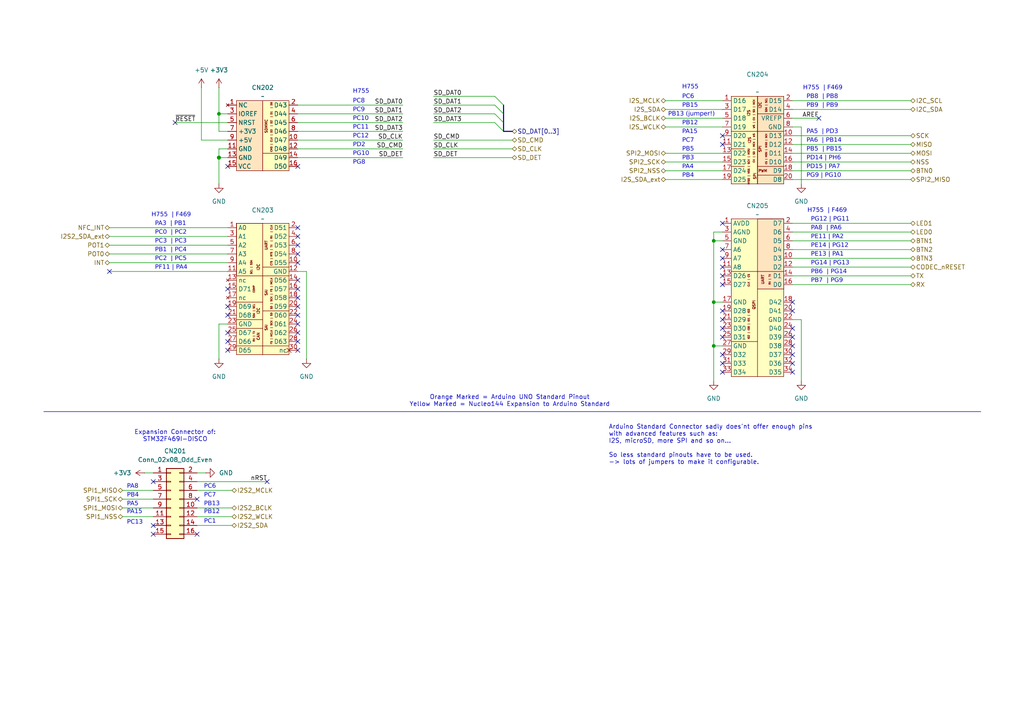
<source format=kicad_sch>
(kicad_sch (version 20250114) (generator "eeschema") (generator_version "9.0")
  (paper "A4")
  (lib_symbols
    (symbol "+3V3_1" (power) (pin_numbers (hide yes)) (pin_names (offset 0) (hide yes))
      (property "Value" "+3V3" (at 0 3.556 0))
      (symbol "+3V3_1_0_1"
        (polyline (pts (xy -0.762 1.27) (xy 0 2.54)))
        (polyline (pts (xy 0 2.54) (xy 0.762 1.27)))
        (polyline (pts (xy 0 0) (xy 0 2.54)))
      )
      (symbol "+3V3_1_1_1"
        (pin power_in line (at 0 0 90) (length 0) (name "~") (number "1"))
      )
    )
    (symbol "Connector_Generic:Conn_02x08_Odd_Even" (pin_names (offset 1.016) (hide yes))
      (property "Reference" "J" (at 1.27 10.16 0))
      (property "Value" "Conn_02x08_Odd_Even" (at 1.27 -12.7 0))
      (symbol "Conn_02x08_Odd_Even_1_1"
        (rectangle (start -1.27 8.89) (end 3.81 -11.43) (stroke (width 0.254)) (fill (type background)))
        (rectangle (start -1.27 7.747) (end 0 7.493) (stroke (width 0.1524)))
        (rectangle (start -1.27 5.207) (end 0 4.953) (stroke (width 0.1524)))
        (rectangle (start -1.27 2.667) (end 0 2.413) (stroke (width 0.1524)))
        (rectangle (start -1.27 0.127) (end 0 -0.127) (stroke (width 0.1524)))
        (rectangle (start -1.27 -2.413) (end 0 -2.667) (stroke (width 0.1524)))
        (rectangle (start -1.27 -4.953) (end 0 -5.207) (stroke (width 0.1524)))
        (rectangle (start -1.27 -7.493) (end 0 -7.747) (stroke (width 0.1524)))
        (rectangle (start -1.27 -10.033) (end 0 -10.287) (stroke (width 0.1524)))
        (rectangle (start 3.81 7.747) (end 2.54 7.493) (stroke (width 0.1524)))
        (rectangle (start 3.81 5.207) (end 2.54 4.953) (stroke (width 0.1524)))
        (rectangle (start 3.81 2.667) (end 2.54 2.413) (stroke (width 0.1524)))
        (rectangle (start 3.81 0.127) (end 2.54 -0.127) (stroke (width 0.1524)))
        (rectangle (start 3.81 -2.413) (end 2.54 -2.667) (stroke (width 0.1524)))
        (rectangle (start 3.81 -4.953) (end 2.54 -5.207) (stroke (width 0.1524)))
        (rectangle (start 3.81 -7.493) (end 2.54 -7.747) (stroke (width 0.1524)))
        (rectangle (start 3.81 -10.033) (end 2.54 -10.287) (stroke (width 0.1524)))
        (pin passive line (at -5.08 7.62 0) (length 3.81) (name "Pin_1") (number "1"))
        (pin passive line (at -5.08 5.08 0) (length 3.81) (name "Pin_3") (number "3"))
        (pin passive line (at -5.08 2.54 0) (length 3.81) (name "Pin_5") (number "5"))
        (pin passive line (at -5.08 0 0) (length 3.81) (name "Pin_7") (number "7"))
        (pin passive line (at -5.08 -2.54 0) (length 3.81) (name "Pin_9") (number "9"))
        (pin passive line (at -5.08 -5.08 0) (length 3.81) (name "Pin_11") (number "11"))
        (pin passive line (at -5.08 -7.62 0) (length 3.81) (name "Pin_13") (number "13"))
        (pin passive line (at -5.08 -10.16 0) (length 3.81) (name "Pin_15") (number "15"))
        (pin passive line (at 7.62 7.62 180) (length 3.81) (name "Pin_2") (number "2"))
        (pin passive line (at 7.62 5.08 180) (length 3.81) (name "Pin_4") (number "4"))
        (pin passive line (at 7.62 2.54 180) (length 3.81) (name "Pin_6") (number "6"))
        (pin passive line (at 7.62 0 180) (length 3.81) (name "Pin_8") (number "8"))
        (pin passive line (at 7.62 -2.54 180) (length 3.81) (name "Pin_10") (number "10"))
        (pin passive line (at 7.62 -5.08 180) (length 3.81) (name "Pin_12") (number "12"))
        (pin passive line (at 7.62 -7.62 180) (length 3.81) (name "Pin_14") (number "14"))
        (pin passive line (at 7.62 -10.16 180) (length 3.81) (name "Pin_16") (number "16"))
      )
    )
    (symbol "GND_1" (power) (pin_numbers (hide yes)) (pin_names (offset 0) (hide yes))
      (property "Value" "GND" (at 0 -3.81 0))
      (symbol "GND_1_0_1"
        (polyline (pts (xy 0 0) (xy 0 -1.27) (xy 1.27 -1.27) (xy 0 -2.54) (xy -1.27 -1.27) (xy 0 -1.27)))
      )
      (symbol "GND_1_1_1"
        (pin power_in line (at 0 0 270) (length 0) (name "~") (number "1"))
      )
    )
    (symbol "myParts:NUCLEO_144_Analog+"
      (property "Reference" "CN" (at 7.62 1.27 0))
      (symbol "NUCLEO_144_Analog+_1_1"
        (rectangle (start 0 0) (end 7.62 -15.24) (fill (type color) (color 255 229 191 1)))
        (rectangle (start 0 0) (end 15.24 -38.1) (fill (type background)))
        (polyline (pts (xy 7.62 -15.24) (xy 7.62 -38.1)))
        (polyline (pts (xy 7.62 -22.86) (xy 0 -22.86)))
        (polyline (pts (xy 7.62 -27.94) (xy 0 -27.94)))
        (polyline (pts (xy 7.62 -30.48) (xy 0 -30.48)))
        (polyline (pts (xy 7.62 -35.56) (xy 0 -35.56)))
        (polyline (pts (xy 15.24 -12.7) (xy 7.62 -12.7)))
        (polyline (pts (xy 15.24 -15.24) (xy 7.62 -15.24)))
        (polyline (pts (xy 15.24 -25.4) (xy 7.62 -25.4)))
        (polyline (pts (xy 15.24 -35.56) (xy 7.62 -35.56)))
        (text "SCL | SDA" (at 4.318 -12.7 900) (effects (font (size 0.508 0.508))))
        (text "COMP" (at 5.08 -19.05 900) (effects (font (size 0.508 0.508))))
        (text "SDA | SCL" (at 5.08 -25.4 900) (effects (font (size 0.508 0.508))))
        (text "RX | TX" (at 5.08 -32.766 900) (effects (font (size 0.508 0.508))))
        (text "I2C" (at 6.35 -12.7 900) (effects (font (size 0.762 0.762))))
        (text "I2C" (at 6.35 -25.4 900) (effects (font (size 0.762 0.762))))
        (text "CAN\n" (at 6.35 -32.766 900) (effects (font (size 0.762 0.762))))
        (text "UART" (at 8.636 -6.35 900) (effects (font (size 0.762 0.762))))
        (text "SAI" (at 8.636 -20.066 900) (effects (font (size 0.762 0.762))))
        (text "SAI" (at 8.636 -30.226 900) (effects (font (size 0.762 0.762))))
        (text "CTS | RTS | TX  | RX  | CLK\n" (at 10.16 -6.35 900) (effects (font (size 0.508 0.508))))
        (text "SD | SCK | FS | MCLK" (at 10.16 -20.32 900) (effects (font (size 0.508 0.508))))
        (text "FS | MCLK | SCK | SD" (at 10.16 -30.48 900) (effects (font (size 0.508 0.508))))
        (pin bidirectional line (at -2.54 -1.27 0) (length 2.54) (name "A0") (number "1"))
        (pin bidirectional line (at -2.54 -3.81 0) (length 2.54) (name "A1") (number "3"))
        (pin bidirectional line (at -2.54 -6.35 0) (length 2.54) (name "A2") (number "5"))
        (pin bidirectional line (at -2.54 -8.89 0) (length 2.54) (name "A3") (number "7"))
        (pin bidirectional line (at -2.54 -11.43 0) (length 2.54) (name "A4") (number "9"))
        (pin bidirectional line (at -2.54 -13.97 0) (length 2.54) (name "A5") (number "11"))
        (pin no_connect line (at -2.54 -16.51 0) (length 2.54) (name "nc") (number "13"))
        (pin bidirectional line (at -2.54 -19.05 0) (length 2.54) (name "D71") (number "15"))
        (pin no_connect line (at -2.54 -21.59 0) (length 2.54) (name "nc") (number "17"))
        (pin bidirectional line (at -2.54 -24.13 0) (length 2.54) (name "D69") (number "19"))
        (pin bidirectional line (at -2.54 -26.67 0) (length 2.54) (name "D68") (number "21"))
        (pin passive line (at -2.54 -29.21 0) (length 2.54) (name "GND") (number "23"))
        (pin bidirectional line (at -2.54 -31.75 0) (length 2.54) (name "D67") (number "25"))
        (pin bidirectional line (at -2.54 -34.29 0) (length 2.54) (name "D66") (number "27"))
        (pin bidirectional line (at -2.54 -36.83 0) (length 2.54) (name "D65") (number "29"))
        (pin bidirectional line (at 17.78 -1.27 180) (length 2.54) (name "D51") (number "2"))
        (pin bidirectional line (at 17.78 -3.81 180) (length 2.54) (name "D52") (number "4"))
        (pin bidirectional line (at 17.78 -6.35 180) (length 2.54) (name "D53") (number "6"))
        (pin bidirectional line (at 17.78 -8.89 180) (length 2.54) (name "D54") (number "8"))
        (pin bidirectional line (at 17.78 -11.43 180) (length 2.54) (name "D55") (number "10"))
        (pin passive line (at 17.78 -13.97 180) (length 2.54) (name "GND") (number "12"))
        (pin bidirectional line (at 17.78 -16.51 180) (length 2.54) (name "D56") (number "14"))
        (pin bidirectional line (at 17.78 -19.05 180) (length 2.54) (name "D57") (number "16"))
        (pin bidirectional line (at 17.78 -21.59 180) (length 2.54) (name "D58") (number "18"))
        (pin bidirectional line (at 17.78 -24.13 180) (length 2.54) (name "D59") (number "20"))
        (pin bidirectional line (at 17.78 -26.67 180) (length 2.54) (name "D60") (number "22"))
        (pin bidirectional line (at 17.78 -29.21 180) (length 2.54) (name "D61") (number "24"))
        (pin bidirectional line (at 17.78 -31.75 180) (length 2.54) (name "D62") (number "26"))
        (pin bidirectional line (at 17.78 -34.29 180) (length 2.54) (name "D63") (number "28"))
        (pin bidirectional non_logic (at 17.78 -36.83 180) (length 2.54) (name "nc") (number "30"))
      )
    )
    (symbol "myParts:NUCLEO_144_GPIO+"
      (property "Reference" "CN" (at 7.62 1.27 0))
      (symbol "NUCLEO_144_GPIO+_1_1"
        (rectangle (start 0 0) (end 15.24 -45.72) (fill (type background)))
        (polyline (pts (xy 0 -15.24) (xy 0 -15.24)))
        (polyline (pts (xy 0 -35.56) (xy 7.62 -35.56)))
        (rectangle (start 7.62 0) (end 15.24 -20.32) (fill (type color) (color 255 229 191 1)))
        (polyline (pts (xy 7.62 -15.24) (xy 0 -15.24)))
        (polyline (pts (xy 7.62 -20.32) (xy 7.62 -45.72)))
        (polyline (pts (xy 15.24 -15.24) (xy 7.62 -15.24)))
        (text "CLK | CS" (at 5.08 -17.78 900) (effects (font (size 0.508 0.508))))
        (text "IO2 | IO0 | IO1 | IO3" (at 5.08 -30.48 900) (effects (font (size 0.508 0.508))))
        (text "QSPI" (at 6.604 -24.892 900) (effects (font (size 0.762 0.762))))
        (text "UART" (at 9.144 -17.526 900) (effects (font (size 0.762 0.762))))
        (text "RX | TX" (at 11.176 -17.526 900) (effects (font (size 0.508 0.508))))
        (pin passive line (at -2.54 -1.27 0) (length 2.54) (name "AVDD") (number "1"))
        (pin passive line (at -2.54 -3.81 0) (length 2.54) (name "AGND") (number "3"))
        (pin passive line (at -2.54 -6.35 0) (length 2.54) (name "GND") (number "5"))
        (pin bidirectional line (at -2.54 -8.89 0) (length 2.54) (name "A6") (number "7"))
        (pin bidirectional line (at -2.54 -11.43 0) (length 2.54) (name "A7") (number "9"))
        (pin bidirectional line (at -2.54 -13.97 0) (length 2.54) (name "A8") (number "11"))
        (pin bidirectional line (at -2.54 -16.51 0) (length 2.54) (name "D26") (number "13"))
        (pin bidirectional line (at -2.54 -19.05 0) (length 2.54) (name "D27") (number "15"))
        (pin passive line (at -2.54 -24.13 0) (length 2.54) (name "GND") (number "17"))
        (pin bidirectional line (at -2.54 -26.67 0) (length 2.54) (name "D28") (number "19"))
        (pin bidirectional line (at -2.54 -29.21 0) (length 2.54) (name "D29") (number "21"))
        (pin bidirectional line (at -2.54 -31.75 0) (length 2.54) (name "D30") (number "23"))
        (pin bidirectional line (at -2.54 -34.29 0) (length 2.54) (name "D31") (number "25"))
        (pin passive line (at -2.54 -36.83 0) (length 2.54) (name "GND") (number "27"))
        (pin bidirectional line (at -2.54 -39.37 0) (length 2.54) (name "D32") (number "29"))
        (pin bidirectional line (at -2.54 -41.91 0) (length 2.54) (name "D33") (number "31"))
        (pin bidirectional line (at -2.54 -44.45 0) (length 2.54) (name "D34") (number "33"))
        (pin bidirectional line (at 17.78 -1.27 180) (length 2.54) (name "D7") (number "2"))
        (pin bidirectional line (at 17.78 -3.81 180) (length 2.54) (name "D6") (number "4"))
        (pin bidirectional line (at 17.78 -6.35 180) (length 2.54) (name "D5") (number "6"))
        (pin bidirectional line (at 17.78 -8.89 180) (length 2.54) (name "D4") (number "8"))
        (pin bidirectional line (at 17.78 -11.43 180) (length 2.54) (name "D3") (number "10"))
        (pin bidirectional line (at 17.78 -13.97 180) (length 2.54) (name "D2") (number "12"))
        (pin bidirectional line (at 17.78 -16.51 180) (length 2.54) (name "D1") (number "14"))
        (pin bidirectional line (at 17.78 -19.05 180) (length 2.54) (name "D0") (number "16"))
        (pin bidirectional line (at 17.78 -24.13 180) (length 2.54) (name "D42") (number "18"))
        (pin bidirectional line (at 17.78 -26.67 180) (length 2.54) (name "D41") (number "20"))
        (pin passive line (at 17.78 -29.21 180) (length 2.54) (name "GND") (number "22"))
        (pin bidirectional line (at 17.78 -31.75 180) (length 2.54) (name "D40") (number "24"))
        (pin bidirectional line (at 17.78 -34.29 180) (length 2.54) (name "D39") (number "26"))
        (pin bidirectional line (at 17.78 -36.83 180) (length 2.54) (name "D38") (number "28"))
        (pin bidirectional line (at 17.78 -39.37 180) (length 2.54) (name "D37") (number "30"))
        (pin bidirectional line (at 17.78 -41.91 180) (length 2.54) (name "D36") (number "32"))
        (pin bidirectional line (at 17.78 -44.45 180) (length 2.54) (name "D35") (number "34"))
      )
    )
    (symbol "myParts:NUCLEO_144_Periphery+"
      (property "Reference" "CN" (at 7.62 1.27 0))
      (symbol "NUCLEO_144_Periphery+_0_1"
        (polyline (pts (xy 15.24 -5.08) (xy 7.62 -5.08)))
        (polyline (pts (xy 15.24 -10.16) (xy 7.62 -10.16)))
      )
      (symbol "NUCLEO_144_Periphery+_1_1"
        (rectangle (start 0 0) (end 7.62 -25.4) (fill (type background)))
        (polyline (pts (xy 0 -10.16) (xy 7.62 -10.16)))
        (polyline (pts (xy 0 -15.24) (xy 3.81 -15.24)))
        (polyline (pts (xy 0 -20.32) (xy 3.81 -20.32)))
        (rectangle (start 7.62 0) (end 15.24 -25.4) (fill (type color) (color 255 229 191 1)))
        (polyline (pts (xy 7.62 -20.32) (xy 15.24 -20.32)))
        (polyline (pts (xy 7.62 -22.86) (xy 15.24 -22.86)))
        (text "I2S" (at 5.08 -4.826 900) (effects (font (size 0.762 0.762))))
        (text "MISO | NSS | SCK | MOSI" (at 5.08 -20.32 900) (effects (font (size 0.508 0.508))))
        (text "I2S" (at 5.334 -12.7 900) (effects (font (size 0.762 0.762))))
        (text "WS | CK | SD | MCK" (at 6.604 -5.08 900) (effects (font (size 0.508 0.508))))
        (text "CK | SD | MCK | WS" (at 6.604 -14.986 900) (effects (font (size 0.508 0.508))))
        (text "SPI" (at 6.858 -23.114 900) (effects (font (size 0.762 0.762))))
        (text "I2C" (at 8.382 -2.54 900) (effects (font (size 0.762 0.762))))
        (text "SPI" (at 8.382 -15.24 900) (effects (font (size 0.762 0.762))))
        (text "PWM" (at 9.144 -21.59 0) (effects (font (size 0.762 0.762))))
        (text "SDA | SCL" (at 10.16 -2.54 900) (effects (font (size 0.508 0.508))))
        (text "CS | MOSI | MISO | SCK" (at 10.16 -15.24 900) (effects (font (size 0.4572 0.4572))))
        (pin bidirectional line (at -2.54 -1.27 0) (length 2.54) (name "D16") (number "1"))
        (pin bidirectional line (at -2.54 -3.81 0) (length 2.54) (name "D17") (number "3"))
        (pin bidirectional line (at -2.54 -6.35 0) (length 2.54) (name "D18") (number "5"))
        (pin bidirectional line (at -2.54 -8.89 0) (length 2.54) (name "D19") (number "7"))
        (pin bidirectional line (at -2.54 -11.43 0) (length 2.54) (name "D20") (number "9"))
        (pin bidirectional line (at -2.54 -13.97 0) (length 2.54) (name "D21") (number "11"))
        (pin bidirectional line (at -2.54 -16.51 0) (length 2.54) (name "D22") (number "13"))
        (pin bidirectional line (at -2.54 -19.05 0) (length 2.54) (name "D23") (number "15"))
        (pin bidirectional line (at -2.54 -21.59 0) (length 2.54) (name "D24") (number "17"))
        (pin bidirectional line (at -2.54 -24.13 0) (length 2.54) (name "D25") (number "19"))
        (pin bidirectional line (at 17.78 -1.27 180) (length 2.54) (name "D15") (number "2"))
        (pin bidirectional line (at 17.78 -3.81 180) (length 2.54) (name "D14") (number "4"))
        (pin passive line (at 17.78 -6.35 180) (length 2.54) (name "VREFP") (number "6"))
        (pin passive line (at 17.78 -8.89 180) (length 2.54) (name "GND") (number "8"))
        (pin bidirectional line (at 17.78 -11.43 180) (length 2.54) (name "D13") (number "10"))
        (pin bidirectional line (at 17.78 -13.97 180) (length 2.54) (name "D12") (number "12"))
        (pin bidirectional line (at 17.78 -16.51 180) (length 2.54) (name "D11") (number "14"))
        (pin bidirectional line (at 17.78 -19.05 180) (length 2.54) (name "D10") (number "16"))
        (pin bidirectional line (at 17.78 -21.59 180) (length 2.54) (name "D9") (number "18"))
        (pin bidirectional line (at 17.78 -24.13 180) (length 2.54) (name "D8") (number "20"))
      )
    )
    (symbol "myParts:NUCLEO_144_Power"
      (property "Reference" "CN" (at 7.62 1.27 0))
      (symbol "NUCLEO_144_Power_1_1"
        (rectangle (start 0 0) (end 7.62 -20.32) (fill (type color) (color 255 229 191 1)))
        (rectangle (start 7.62 0) (end 15.24 -20.32) (fill (type background)))
        (polyline (pts (xy 15.24 -15.24) (xy 7.62 -15.24)))
        (text "SDMMC" (at 8.636 -7.366 900) (effects (font (size 0.762 0.762))))
        (text "CMD | CLK | D3  | D2  | D1  | D0" (at 10.16 -7.62 900) (effects (font (size 0.508 0.508))))
        (pin no_connect line (at -2.54 -1.27 0) (length 2.54) (name "NC") (number "1"))
        (pin passive line (at -2.54 -3.81 0) (length 2.54) (name "IOREF") (number "3"))
        (pin input line (at -2.54 -6.35 0) (length 2.54) (name "NRST") (number "5"))
        (pin passive line (at -2.54 -8.89 0) (length 2.54) (name "+3V3") (number "7"))
        (pin passive line (at -2.54 -11.43 0) (length 2.54) (name "+5V") (number "9"))
        (pin passive line (at -2.54 -13.97 0) (length 2.54) (name "GND") (number "11"))
        (pin passive line (at -2.54 -16.51 0) (length 2.54) (name "GND") (number "13"))
        (pin passive line (at -2.54 -19.05 0) (length 2.54) (name "VCC") (number "15"))
        (pin bidirectional line (at 17.78 -1.27 180) (length 2.54) (name "D43") (number "2"))
        (pin bidirectional line (at 17.78 -3.81 180) (length 2.54) (name "D44") (number "4"))
        (pin bidirectional line (at 17.78 -6.35 180) (length 2.54) (name "D45") (number "6"))
        (pin bidirectional line (at 17.78 -8.89 180) (length 2.54) (name "D46") (number "8"))
        (pin bidirectional line (at 17.78 -11.43 180) (length 2.54) (name "D47") (number "10"))
        (pin bidirectional line (at 17.78 -13.97 180) (length 2.54) (name "D48") (number "12"))
        (pin bidirectional line (at 17.78 -16.51 180) (length 2.54) (name "D49") (number "14"))
        (pin bidirectional line (at 17.78 -19.05 180) (length 2.54) (name "D50") (number "16"))
      )
    )
    (symbol "power:+5V" (power) (pin_numbers (hide yes)) (pin_names (offset 0) (hide yes))
      (property "Value" "+5V" (at 0 3.556 0))
      (symbol "+5V_0_1"
        (polyline (pts (xy -0.762 1.27) (xy 0 2.54)))
        (polyline (pts (xy 0 2.54) (xy 0.762 1.27)))
        (polyline (pts (xy 0 0) (xy 0 2.54)))
      )
      (symbol "+5V_1_1"
        (pin power_in line (at 0 0 90) (length 0) (name "~") (number "1"))
      )
    )
  )
  (text "PC7" (at 59.182 144.78 0) (effects (font (size 1.27 1.27)) (justify left bottom)))
  (text "H755  | F469" (at 43.942 63.5 0) (effects (font (size 1.27 1.27)) (justify left bottom)))
  (text "PD2" (at 102.362 43.18 0) (effects (font (size 1.27 1.27)) (justify left bottom)))
  (text "PB15" (at 197.866 31.75 0) (effects (font (size 1.27 1.27)) (justify left bottom)))
  (text "PB9  | PB9" (at 233.934 31.75 0) (effects (font (size 1.27 1.27)) (justify left bottom)))
  (text "PC7" (at 197.866 41.91 0) (effects (font (size 1.27 1.27)) (justify left bottom)))
  (text "PB4" (at 197.866 52.07 0) (effects (font (size 1.27 1.27)) (justify left bottom)))
  (text "PC1" (at 59.182 152.4 0) (effects (font (size 1.27 1.27)) (justify left bottom)))
  (text "PB12" (at 59.182 149.606 0) (effects (font (size 1.27 1.27)) (justify left bottom)))
  (text "PA15" (at 36.83 149.606 0) (effects (font (size 1.27 1.27)) (justify left bottom)))
  (text "PC3  | PC3" (at 44.958 71.12 0) (effects (font (size 1.27 1.27)) (justify left bottom)))
  (text "PC9" (at 102.362 33.02 0) (effects (font (size 1.27 1.27)) (justify left bottom)))
  (text "PC0  | PC2" (at 44.958 68.58 0) (effects (font (size 1.27 1.27)) (justify left bottom)))
  (text "PD14 | PH6" (at 233.934 46.99 0) (effects (font (size 1.27 1.27)) (justify left bottom)))
  (text "PC8" (at 102.362 30.48 0) (effects (font (size 1.27 1.27)) (justify left bottom)))
  (text "PG14 | PG13" (at 235.204 77.47 0) (effects (font (size 1.27 1.27)) (justify left bottom)))
  (text "PB1  | PC4" (at 44.958 73.66 0) (effects (font (size 1.27 1.27)) (justify left bottom)))
  (text "PA5  | PD3" (at 233.934 39.37 0) (effects (font (size 1.27 1.27)) (justify left bottom)))
  (text "PC10" (at 102.362 35.56 0) (effects (font (size 1.27 1.27)) (justify left bottom)))
  (text "PA3  | PB1" (at 44.958 66.04 0) (effects (font (size 1.27 1.27)) (justify left bottom)))
  (text "Expansion Connector of:\nSTM32F469I-DISCO\n" (at 50.8 126.492 0) (effects (font (size 1.27 1.27))))
  (text "PG8" (at 102.362 48.26 0) (effects (font (size 1.27 1.27)) (justify left bottom)))
  (text "PC6" (at 59.182 142.24 0) (effects (font (size 1.27 1.27)) (justify left bottom)))
  (text "PA15" (at 197.866 39.37 0) (effects (font (size 1.27 1.27)) (justify left bottom)))
  (text "PC2  | PC5" (at 44.958 76.2 0) (effects (font (size 1.27 1.27)) (justify left bottom)))
  (text "PE11 | PA2" (at 235.204 69.85 0) (effects (font (size 1.27 1.27)) (justify left bottom)))
  (text "PA4" (at 197.866 49.53 0) (effects (font (size 1.27 1.27)) (justify left bottom)))
  (text "PC6" (at 197.866 29.21 0) (effects (font (size 1.27 1.27)) (justify left bottom)))
  (text "PC12" (at 102.362 40.64 0) (effects (font (size 1.27 1.27)) (justify left bottom)))
  (text "PB6  | PG14" (at 235.204 80.01 0) (effects (font (size 1.27 1.27)) (justify left bottom)))
  (text "PF11 | PA4" (at 44.958 78.74 0) (effects (font (size 1.27 1.27)) (justify left bottom)))
  (text "PB5  | PB15" (at 233.934 44.45 0) (effects (font (size 1.27 1.27)) (justify left bottom)))
  (text "PB12" (at 197.866 36.83 0) (effects (font (size 1.27 1.27)) (justify left bottom)))
  (text "PE14 | PG12" (at 235.204 72.39 0) (effects (font (size 1.27 1.27)) (justify left bottom)))
  (text "PB4" (at 36.83 144.78 0) (effects (font (size 1.27 1.27)) (justify left bottom)))
  (text "PD15 | PA7" (at 233.934 49.53 0) (effects (font (size 1.27 1.27)) (justify left bottom)))
  (text "PA8" (at 36.83 142.24 0) (effects (font (size 1.27 1.27)) (justify left bottom)))
  (text "H755  | F469" (at 234.188 62.23 0) (effects (font (size 1.27 1.27)) (justify left bottom)))
  (text "PC13" (at 36.83 152.654 0) (effects (font (size 1.27 1.27)) (justify left bottom)))
  (text "H755" (at 197.866 26.416 0) (effects (font (size 1.27 1.27)) (justify left bottom)))
  (text "PB3" (at 197.866 46.99 0) (effects (font (size 1.27 1.27)) (justify left bottom)))
  (text "Orange Marked = Arduino UNO Standard Pinout\nYellow Marked = Nucleo144 Expansion to Arduino Standard" (at 147.828 116.332 0) (effects (font (size 1.27 1.27))))
  (text "PG12 | PG11" (at 235.204 64.77 0) (effects (font (size 1.27 1.27)) (justify left bottom)))
  (text "PB8  | PB8" (at 233.934 29.21 0) (effects (font (size 1.27 1.27)) (justify left bottom)))
  (text "PA5" (at 36.83 147.32 0) (effects (font (size 1.27 1.27)) (justify left bottom)))
  (text "H755" (at 102.362 27.686 0) (effects (font (size 1.27 1.27)) (justify left bottom)))
  (text "PE13 | PA1" (at 235.204 74.93 0) (effects (font (size 1.27 1.27)) (justify left bottom)))
  (text "PA6  | PB14" (at 233.934 41.91 0) (effects (font (size 1.27 1.27)) (justify left bottom)))
  (text "Arduino Standard Connector sadly does'nt offer enough pins\nwith advanced features such as:\nI2S, microSD, more SPI and so on...\n\nSo less standard pinouts have to be used.\n-> lots of jumpers to make it configurable." (at 176.53 129.032 0) (effects (font (size 1.27 1.27)) (justify left)))
  (text "PA8  | PA6" (at 235.204 67.31 0) (effects (font (size 1.27 1.27)) (justify left bottom)))
  (text "PG9 | PG10" (at 233.934 52.07 0) (effects (font (size 1.27 1.27)) (justify left bottom)))
  (text "PB5" (at 197.866 44.45 0) (effects (font (size 1.27 1.27)) (justify left bottom)))
  (text "PB7  | PG9" (at 235.204 82.55 0) (effects (font (size 1.27 1.27)) (justify left bottom)))
  (text "PB13 (jumper!)" (at 193.802 34.29 0) (effects (font (size 1.27 1.27)) (justify left bottom)))
  (text "PG10" (at 102.362 45.72 0) (effects (font (size 1.27 1.27)) (justify left bottom)))
  (text "H755  | F469" (at 232.918 26.67 0) (effects (font (size 1.27 1.27)) (justify left bottom)))
  (text "PC11" (at 102.362 38.1 0) (effects (font (size 1.27 1.27)) (justify left bottom)))
  (text "PB13" (at 59.182 147.32 0) (effects (font (size 1.27 1.27)) (justify left bottom)))
  (junction (at 207.01 87.63))
  (junction (at 207.01 100.33))
  (junction (at 63.5 45.72) (diameter 1.016))
  (junction (at 63.5 33.02))
  (junction (at 207.01 69.85))
  (no_connect (at 86.36 101.6))
  (no_connect (at 86.36 76.2))
  (no_connect (at 229.87 100.33))
  (no_connect (at 229.87 105.41))
  (no_connect (at 57.15 144.78))
  (no_connect (at 86.36 66.04))
  (no_connect (at 209.55 41.91))
  (no_connect (at 209.55 95.25))
  (no_connect (at 44.45 154.94))
  (no_connect (at 229.87 102.87))
  (no_connect (at 44.45 152.4))
  (no_connect (at 86.36 88.9))
  (no_connect (at 66.04 83.82))
  (no_connect (at 209.55 107.95))
  (no_connect (at 66.04 88.9))
  (no_connect (at 209.55 72.39))
  (no_connect (at 209.55 105.41))
  (no_connect (at 50.8 35.56))
  (no_connect (at 229.87 87.63))
  (no_connect (at 86.36 68.58))
  (no_connect (at 86.36 71.12))
  (no_connect (at 209.55 82.55))
  (no_connect (at 57.15 154.94))
  (no_connect (at 77.47 139.7))
  (no_connect (at 86.36 96.52))
  (no_connect (at 66.04 91.44))
  (no_connect (at 86.36 73.66))
  (no_connect (at 31.75 78.74))
  (no_connect (at 86.36 99.06))
  (no_connect (at 86.36 81.28))
  (no_connect (at 209.55 77.47))
  (no_connect (at 44.45 139.7))
  (no_connect (at 66.04 99.06))
  (no_connect (at 66.04 96.52))
  (no_connect (at 86.36 83.82))
  (no_connect (at 86.36 86.36))
  (no_connect (at 237.49 34.29))
  (no_connect (at 229.87 107.95))
  (no_connect (at 209.55 64.77))
  (no_connect (at 86.36 91.44))
  (no_connect (at 209.55 102.87))
  (no_connect (at 66.04 101.6))
  (no_connect (at 209.55 92.71))
  (no_connect (at 229.87 95.25))
  (no_connect (at 86.36 93.98))
  (no_connect (at 209.55 80.01))
  (no_connect (at 86.36 48.26))
  (no_connect (at 209.55 39.37))
  (no_connect (at 209.55 90.17))
  (no_connect (at 229.87 97.79))
  (no_connect (at 229.87 90.17))
  (no_connect (at 209.55 97.79))
  (no_connect (at 209.55 74.93))
  (no_connect (at 66.04 48.26))
  (bus_entry (at 143.51 35.56) (size 2.54 2.54))
  (bus_entry (at 143.51 33.02) (size 2.54 2.54))
  (bus_entry (at 143.51 30.48) (size 2.54 2.54))
  (bus_entry (at 143.51 27.94) (size 2.54 2.54))
  (wire (pts (xy 35.56 149.86) (xy 44.45 149.86)))
  (wire (pts (xy 229.87 74.93) (xy 264.16 74.93)))
  (wire (pts (xy 58.42 40.64) (xy 66.04 40.64)))
  (wire (pts (xy 125.73 43.18) (xy 148.59 43.18)))
  (wire (pts (xy 57.15 152.4) (xy 67.31 152.4)))
  (wire (pts (xy 193.04 44.45) (xy 209.55 44.45)))
  (wire (pts (xy 193.04 34.29) (xy 209.55 34.29)))
  (wire (pts (xy 125.73 30.48) (xy 143.51 30.48)))
  (wire (pts (xy 31.75 78.74) (xy 66.04 78.74)))
  (wire (pts (xy 57.15 142.24) (xy 67.31 142.24)))
  (wire (pts (xy 125.73 33.02) (xy 143.51 33.02)))
  (wire (pts (xy 229.87 31.75) (xy 264.16 31.75)))
  (wire (pts (xy 86.36 33.02) (xy 116.84 33.02)))
  (wire (pts (xy 88.9 78.74) (xy 86.36 78.74)))
  (wire (pts (xy 86.36 38.1) (xy 116.84 38.1)))
  (wire (pts (xy 229.87 69.85) (xy 264.16 69.85)))
  (wire (pts (xy 63.5 25.4) (xy 63.5 33.02)))
  (wire (pts (xy 229.87 64.77) (xy 264.16 64.77)))
  (wire (pts (xy 232.41 36.83) (xy 232.41 53.34)))
  (wire (pts (xy 209.55 67.31) (xy 207.01 67.31)))
  (wire (pts (xy 88.9 104.14) (xy 88.9 78.74)))
  (wire (pts (xy 193.04 36.83) (xy 209.55 36.83)))
  (wire (pts (xy 207.01 100.33) (xy 209.55 100.33)))
  (wire (pts (xy 63.5 93.98) (xy 63.5 104.14)))
  (wire (pts (xy 66.04 45.72) (xy 63.5 45.72)))
  (wire (pts (xy 207.01 100.33) (xy 207.01 110.49)))
  (wire (pts (xy 86.36 40.64) (xy 116.84 40.64)))
  (wire (pts (xy 229.87 92.71) (xy 232.41 92.71)))
  (wire (pts (xy 229.87 49.53) (xy 264.16 49.53)))
  (bus (pts (xy 146.05 33.02) (xy 146.05 35.56)))
  (wire (pts (xy 232.41 92.71) (xy 232.41 110.49)))
  (wire (pts (xy 193.04 46.99) (xy 209.55 46.99)))
  (wire (pts (xy 35.56 147.32) (xy 44.45 147.32)))
  (wire (pts (xy 207.01 87.63) (xy 209.55 87.63)))
  (wire (pts (xy 50.8 35.56) (xy 66.04 35.56)))
  (wire (pts (xy 229.87 41.91) (xy 264.16 41.91)))
  (wire (pts (xy 57.15 139.7) (xy 77.47 139.7)))
  (wire (pts (xy 31.75 73.66) (xy 66.04 73.66)))
  (wire (pts (xy 41.91 137.16) (xy 44.45 137.16)))
  (wire (pts (xy 229.87 39.37) (xy 264.16 39.37)))
  (wire (pts (xy 86.36 45.72) (xy 116.84 45.72)))
  (wire (pts (xy 207.01 67.31) (xy 207.01 69.85)))
  (bus (pts (xy 146.05 35.56) (xy 146.05 38.1)))
  (wire (pts (xy 35.56 142.24) (xy 44.45 142.24)))
  (wire (pts (xy 63.5 33.02) (xy 63.5 38.1)))
  (wire (pts (xy 125.73 45.72) (xy 148.59 45.72)))
  (wire (pts (xy 229.87 82.55) (xy 264.16 82.55)))
  (wire (pts (xy 86.36 30.48) (xy 116.84 30.48)))
  (wire (pts (xy 193.04 31.75) (xy 209.55 31.75)))
  (wire (pts (xy 58.42 25.4) (xy 58.42 40.64)))
  (wire (pts (xy 66.04 43.18) (xy 63.5 43.18)))
  (wire (pts (xy 63.5 43.18) (xy 63.5 45.72)))
  (wire (pts (xy 193.04 29.21) (xy 209.55 29.21)))
  (wire (pts (xy 125.73 40.64) (xy 148.59 40.64)))
  (wire (pts (xy 229.87 36.83) (xy 232.41 36.83)))
  (wire (pts (xy 86.36 35.56) (xy 116.84 35.56)))
  (wire (pts (xy 207.01 69.85) (xy 209.55 69.85)))
  (wire (pts (xy 229.87 29.21) (xy 264.16 29.21)))
  (wire (pts (xy 31.75 76.2) (xy 66.04 76.2)))
  (wire (pts (xy 229.87 52.07) (xy 264.16 52.07)))
  (wire (pts (xy 31.75 71.12) (xy 66.04 71.12)))
  (wire (pts (xy 63.5 45.72) (xy 63.5 53.34)))
  (wire (pts (xy 229.87 34.29) (xy 237.49 34.29)))
  (wire (pts (xy 193.04 52.07) (xy 209.55 52.07)))
  (wire (pts (xy 86.36 43.18) (xy 116.84 43.18)))
  (wire (pts (xy 229.87 77.47) (xy 264.16 77.47)))
  (wire (pts (xy 35.56 144.78) (xy 44.45 144.78)))
  (wire (pts (xy 31.75 66.04) (xy 66.04 66.04)))
  (bus (pts (xy 146.05 38.1) (xy 148.59 38.1)))
  (wire (pts (xy 207.01 87.63) (xy 207.01 100.33)))
  (wire (pts (xy 229.87 80.01) (xy 264.16 80.01)))
  (wire (pts (xy 125.73 27.94) (xy 143.51 27.94)))
  (wire (pts (xy 125.73 35.56) (xy 143.51 35.56)))
  (wire (pts (xy 229.87 67.31) (xy 264.16 67.31)))
  (wire (pts (xy 229.87 44.45) (xy 264.16 44.45)))
  (wire (pts (xy 193.04 49.53) (xy 209.55 49.53)))
  (wire (pts (xy 207.01 69.85) (xy 207.01 87.63)))
  (wire (pts (xy 57.15 149.86) (xy 67.31 149.86)))
  (wire (pts (xy 63.5 38.1) (xy 66.04 38.1)))
  (wire (pts (xy 66.04 93.98) (xy 63.5 93.98)))
  (wire (pts (xy 31.75 68.58) (xy 66.04 68.58)))
  (polyline (pts (xy 12.7 119.38) (xy 284.48 119.38)))
  (bus (pts (xy 146.05 30.48) (xy 146.05 33.02)))
  (wire (pts (xy 229.87 46.99) (xy 264.16 46.99)))
  (wire (pts (xy 63.5 33.02) (xy 66.04 33.02)))
  (wire (pts (xy 229.87 72.39) (xy 264.16 72.39)))
  (wire (pts (xy 57.15 147.32) (xy 67.31 147.32)))
  (wire (pts (xy 57.15 137.16) (xy 59.69 137.16)))
  (label "SD_DAT1" (at 116.84 33.02 180))
  (label "SD_DAT3" (at 125.73 35.56 0))
  (label "SD_DAT2" (at 116.84 35.56 180))
  (label "SD_CMD" (at 125.73 40.64 0))
  (label "SD_CMD" (at 116.84 43.18 180))
  (label "SD_DAT0" (at 125.73 27.94 0))
  (label "SD_CLK" (at 116.84 40.64 180))
  (label "~{RESET}" (at 50.8 35.56 0))
  (label "SD_DET" (at 116.84 45.72 180))
  (label "SD_DAT3" (at 116.84 38.1 180))
  (label "nRST" (at 77.47 139.7 180))
  (label "AREF" (at 237.49 34.29 180))
  (label "SD_DET" (at 125.73 45.72 0))
  (label "SD_DAT2" (at 125.73 33.02 0))
  (label "SD_CLK" (at 125.73 43.18 0))
  (label "SD_DAT0" (at 116.84 30.48 180))
  (label "SD_DAT1" (at 125.73 30.48 0))
  (hierarchical_label "I2S2_MCLK" (shape bidirectional) (at 67.31 142.24 0))
  (hierarchical_label "SPI1_MOSI" (shape bidirectional) (at 35.56 147.32 180))
  (hierarchical_label "I2S2_SDA_ext" (shape bidirectional) (at 31.75 68.58 180))
  (hierarchical_label "NSS" (shape bidirectional) (at 264.16 46.99 0))
  (hierarchical_label "SD_CLK" (shape bidirectional) (at 148.59 43.18 0))
  (hierarchical_label "POT0" (shape bidirectional) (at 31.75 73.66 180))
  (hierarchical_label "I2S_MCLK" (shape bidirectional) (at 193.04 29.21 180))
  (hierarchical_label "SPI2_NSS" (shape bidirectional) (at 193.04 49.53 180))
  (hierarchical_label "POT1" (shape bidirectional) (at 31.75 71.12 180))
  (hierarchical_label "SPI1_NSS" (shape bidirectional) (at 35.56 149.86 180))
  (hierarchical_label "SPI2_SCK" (shape bidirectional) (at 193.04 46.99 180))
  (hierarchical_label "NFC_INT" (shape bidirectional) (at 31.75 66.04 180))
  (hierarchical_label "SD_DET" (shape bidirectional) (at 148.59 45.72 0))
  (hierarchical_label "RX" (shape bidirectional) (at 264.16 82.55 0))
  (hierarchical_label "TX" (shape bidirectional) (at 264.16 80.01 0))
  (hierarchical_label "I2C_SCL" (shape bidirectional) (at 264.16 29.21 0))
  (hierarchical_label "BTN2" (shape bidirectional) (at 264.16 72.39 0))
  (hierarchical_label "BTN3" (shape bidirectional) (at 264.16 74.93 0))
  (hierarchical_label "SPI1_MISO" (shape bidirectional) (at 35.56 142.24 180))
  (hierarchical_label "I2S2_WCLK" (shape bidirectional) (at 67.31 149.86 0))
  (hierarchical_label "LED1" (shape bidirectional) (at 264.16 64.77 0))
  (hierarchical_label "SCK" (shape bidirectional) (at 264.16 39.37 0))
  (hierarchical_label "I2S2_BCLK" (shape bidirectional) (at 67.31 147.32 0))
  (hierarchical_label "I2S_BCLK" (shape bidirectional) (at 193.04 34.29 180))
  (hierarchical_label "I2S_SDA" (shape bidirectional) (at 193.04 31.75 180))
  (hierarchical_label "MISO" (shape bidirectional) (at 264.16 41.91 0))
  (hierarchical_label "INT" (shape bidirectional) (at 31.75 76.2 180))
  (hierarchical_label "MOSI" (shape bidirectional) (at 264.16 44.45 0))
  (hierarchical_label "I2S_SDA_ext" (shape bidirectional) (at 193.04 52.07 180))
  (hierarchical_label "CODEC_nRESET" (shape bidirectional) (at 264.16 77.47 0))
  (hierarchical_label "SPI2_MOSI" (shape bidirectional) (at 193.04 44.45 180))
  (hierarchical_label "I2S_WCLK" (shape bidirectional) (at 193.04 36.83 180))
  (hierarchical_label "I2C_SDA" (shape bidirectional) (at 264.16 31.75 0))
  (hierarchical_label "I2S2_SDA" (shape bidirectional) (at 67.31 152.4 0))
  (hierarchical_label "SD_CMD" (shape bidirectional) (at 148.59 40.64 0))
  (hierarchical_label "SPI1_SCK" (shape bidirectional) (at 35.56 144.78 180))
  (hierarchical_label "BTN1" (shape bidirectional) (at 264.16 69.85 0))
  (hierarchical_label "SPI2_MISO" (shape bidirectional) (at 264.16 52.07 0))
  (hierarchical_label "LED0" (shape bidirectional) (at 264.16 67.31 0))
  (hierarchical_label "SD_DAT[0..3]" (shape bidirectional) (at 148.59 38.1 0))
  (hierarchical_label "BTN0" (shape bidirectional) (at 264.16 49.53 0))
  (symbol (lib_id "myParts:NUCLEO_144_Power") (at 68.58 29.21 0) (unit 1)
    (property "Reference" "CN202" (at 76.2 25.4 0))
    (property "Value" "~" (at 76.2 27.94 0))
    (property "Footprint" "Connector_PinSocket_2.54mm:PinSocket_2x08_P2.54mm_Vertical" (effects (hide yes)))
  )
  (symbol (lib_name "GND_1") (lib_id "power:GND") (at 88.9 104.14 0) (unit 1)
    (property "Reference" "#PWR0208" (effects (hide yes)))
    (property "Value" "GND" (at 88.9 109.22 0))
    (property "Description" "Power symbol creates a global label with name \"GND\" , ground" (effects (hide yes)))
  )
  (symbol (lib_id "myParts:NUCLEO_144_Analog+") (at 68.58 64.77 0) (unit 1)
    (property "Reference" "CN203" (at 76.2 60.96 0))
    (property "Value" "~" (at 76.2 63.5 0))
    (property "Footprint" "Connector_PinSocket_2.54mm:PinSocket_2x15_P2.54mm_Vertical" (effects (hide yes)))
  )
  (symbol (lib_name "GND_1") (lib_id "power:GND") (at 59.69 137.16 90) (unit 1)
    (property "Reference" "#PWR0202" (effects (hide yes)))
    (property "Value" "GND" (at 63.5 137.1599 90) (effects (justify right)))
    (property "Description" "Power symbol creates a global label with name \"GND\" , ground" (effects (hide yes)))
  )
  (symbol (lib_id "myParts:NUCLEO_144_GPIO+") (at 212.09 63.5 0) (unit 1)
    (property "Reference" "CN205" (at 219.71 59.69 0))
    (property "Value" "~" (at 219.71 62.23 0))
    (property "Footprint" "Connector_PinSocket_2.54mm:PinSocket_2x17_P2.54mm_Vertical" (effects (hide yes)))
  )
  (symbol (lib_name "GND_1") (lib_id "power:GND") (at 63.5 104.14 0) (unit 1)
    (property "Reference" "#PWR0207" (effects (hide yes)))
    (property "Value" "GND" (at 63.5 109.22 0))
    (property "Description" "Power symbol creates a global label with name \"GND\" , ground" (effects (hide yes)))
  )
  (symbol (lib_id "Connector_Generic:Conn_02x08_Odd_Even") (at 49.53 144.78 0) (unit 1)
    (property "Reference" "CN201" (at 50.8 130.81 0))
    (property "Value" "Conn_02x08_Odd_Even" (at 50.8 133.35 0))
    (property "Footprint" "Connector_PinSocket_2.54mm:PinSocket_2x08_P2.54mm_Vertical" (effects (hide yes)))
    (property "Description" "Generic connector, double row, 02x08, odd/even pin numbering scheme (row 1 odd numbers, row 2 even numbers), script generated (kicad-library-utils/schlib/autogen/connector/)" (effects (hide yes)))
  )
  (symbol (lib_name "+3V3_1") (lib_id "power:+3V3") (at 63.5 25.4 0) (mirror y) (unit 1)
    (property "Reference" "#PWR0406" (effects (hide yes)))
    (property "Value" "+3V3" (at 63.5 20.32 0))
    (property "Description" "Power symbol creates a global label with name \"+3V3\"" (effects (hide yes)))
  )
  (symbol (lib_name "+3V3_1") (lib_id "power:+3V3") (at 41.91 137.16 90) (mirror x) (unit 1)
    (property "Reference" "#PWR0407" (effects (hide yes)))
    (property "Value" "+3V3" (at 38.1 137.1599 90) (effects (justify left)))
    (property "Description" "Power symbol creates a global label with name \"+3V3\"" (effects (hide yes)))
  )
  (symbol (lib_id "power:+5V") (at 58.42 25.4 0) (unit 1)
    (property "Reference" "#PWR0204" (effects (hide yes)))
    (property "Value" "+5V" (at 58.42 20.32 0))
    (property "Description" "Power symbol creates a global label with name \"+5V\"" (effects (hide yes)))
  )
  (symbol (lib_name "GND_1") (lib_id "power:GND") (at 207.01 110.49 0) (unit 1)
    (property "Reference" "#PWR0209" (effects (hide yes)))
    (property "Value" "GND" (at 207.01 115.57 0))
    (property "Description" "Power symbol creates a global label with name \"GND\" , ground" (effects (hide yes)))
  )
  (symbol (lib_name "GND_1") (lib_id "power:GND") (at 232.41 110.49 0) (unit 1)
    (property "Reference" "#PWR0211" (effects (hide yes)))
    (property "Value" "GND" (at 232.41 115.57 0))
    (property "Description" "Power symbol creates a global label with name \"GND\" , ground" (effects (hide yes)))
  )
  (symbol (lib_id "myParts:NUCLEO_144_Periphery+") (at 212.09 27.94 0) (unit 1)
    (property "Reference" "CN204" (at 219.71 21.59 0))
    (property "Value" "~" (at 219.71 26.67 0))
    (property "Footprint" "Connector_PinSocket_2.54mm:PinSocket_2x10_P2.54mm_Vertical" (effects (hide yes)))
  )
  (symbol (lib_name "GND_1") (lib_id "power:GND") (at 63.5 53.34 0) (unit 1)
    (property "Reference" "#PWR0206" (effects (hide yes)))
    (property "Value" "GND" (at 63.5 58.42 0))
    (property "Description" "Power symbol creates a global label with name \"GND\" , ground" (effects (hide yes)))
  )
  (symbol (lib_name "GND_1") (lib_id "power:GND") (at 232.41 53.34 0) (unit 1)
    (property "Reference" "#PWR0210" (effects (hide yes)))
    (property "Value" "GND" (at 232.41 58.42 0))
    (property "Description" "Power symbol creates a global label with name \"GND\" , ground" (effects (hide yes)))
  )
)
</source>
